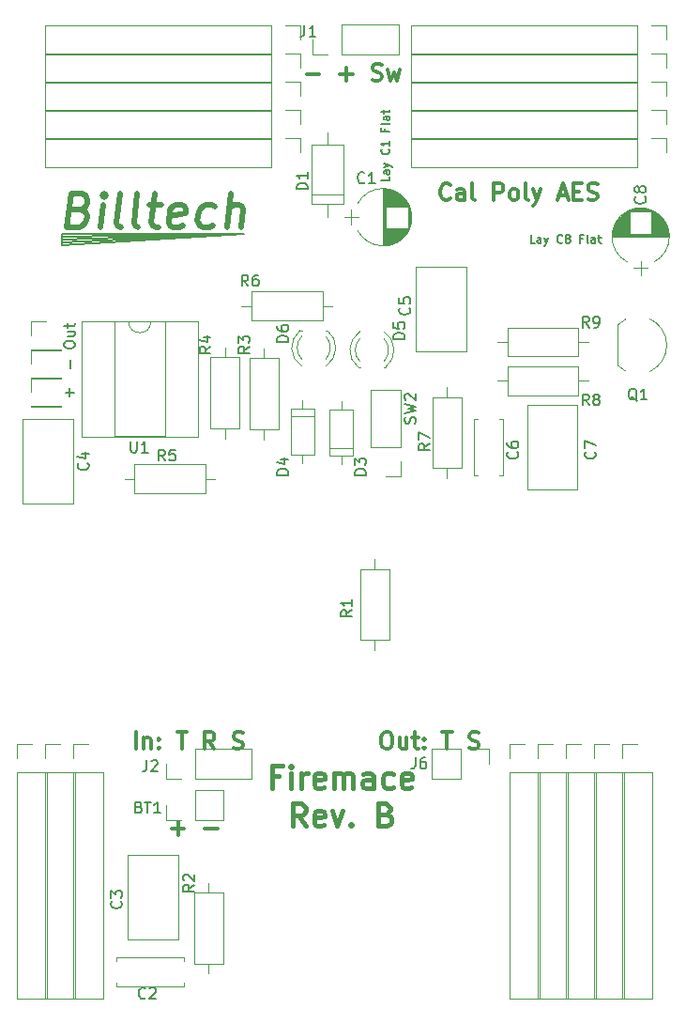
<source format=gto>
G04 #@! TF.FileFunction,Legend,Top*
%FSLAX46Y46*%
G04 Gerber Fmt 4.6, Leading zero omitted, Abs format (unit mm)*
G04 Created by KiCad (PCBNEW 4.0.7) date 02/09/18 21:40:19*
%MOMM*%
%LPD*%
G01*
G04 APERTURE LIST*
%ADD10C,0.100000*%
%ADD11C,0.300000*%
%ADD12C,0.150000*%
%ADD13C,0.400000*%
%ADD14C,0.120000*%
%ADD15C,0.500000*%
G04 APERTURE END LIST*
D10*
D11*
X165224286Y-116072571D02*
X165510000Y-116072571D01*
X165652858Y-116144000D01*
X165795715Y-116286857D01*
X165867143Y-116572571D01*
X165867143Y-117072571D01*
X165795715Y-117358286D01*
X165652858Y-117501143D01*
X165510000Y-117572571D01*
X165224286Y-117572571D01*
X165081429Y-117501143D01*
X164938572Y-117358286D01*
X164867143Y-117072571D01*
X164867143Y-116572571D01*
X164938572Y-116286857D01*
X165081429Y-116144000D01*
X165224286Y-116072571D01*
X167152858Y-116572571D02*
X167152858Y-117572571D01*
X166510001Y-116572571D02*
X166510001Y-117358286D01*
X166581429Y-117501143D01*
X166724287Y-117572571D01*
X166938572Y-117572571D01*
X167081429Y-117501143D01*
X167152858Y-117429714D01*
X167652858Y-116572571D02*
X168224287Y-116572571D01*
X167867144Y-116072571D02*
X167867144Y-117358286D01*
X167938572Y-117501143D01*
X168081430Y-117572571D01*
X168224287Y-117572571D01*
X168724287Y-117429714D02*
X168795715Y-117501143D01*
X168724287Y-117572571D01*
X168652858Y-117501143D01*
X168724287Y-117429714D01*
X168724287Y-117572571D01*
X168724287Y-116644000D02*
X168795715Y-116715429D01*
X168724287Y-116786857D01*
X168652858Y-116715429D01*
X168724287Y-116644000D01*
X168724287Y-116786857D01*
X170367144Y-116072571D02*
X171224287Y-116072571D01*
X170795716Y-117572571D02*
X170795716Y-116072571D01*
X172795715Y-117501143D02*
X173010001Y-117572571D01*
X173367144Y-117572571D01*
X173510001Y-117501143D01*
X173581430Y-117429714D01*
X173652858Y-117286857D01*
X173652858Y-117144000D01*
X173581430Y-117001143D01*
X173510001Y-116929714D01*
X173367144Y-116858286D01*
X173081430Y-116786857D01*
X172938572Y-116715429D01*
X172867144Y-116644000D01*
X172795715Y-116501143D01*
X172795715Y-116358286D01*
X172867144Y-116215429D01*
X172938572Y-116144000D01*
X173081430Y-116072571D01*
X173438572Y-116072571D01*
X173652858Y-116144000D01*
X142724286Y-117572571D02*
X142724286Y-116072571D01*
X143438572Y-116572571D02*
X143438572Y-117572571D01*
X143438572Y-116715429D02*
X143510000Y-116644000D01*
X143652858Y-116572571D01*
X143867143Y-116572571D01*
X144010000Y-116644000D01*
X144081429Y-116786857D01*
X144081429Y-117572571D01*
X144795715Y-117429714D02*
X144867143Y-117501143D01*
X144795715Y-117572571D01*
X144724286Y-117501143D01*
X144795715Y-117429714D01*
X144795715Y-117572571D01*
X144795715Y-116644000D02*
X144867143Y-116715429D01*
X144795715Y-116786857D01*
X144724286Y-116715429D01*
X144795715Y-116644000D01*
X144795715Y-116786857D01*
X146438572Y-116072571D02*
X147295715Y-116072571D01*
X146867144Y-117572571D02*
X146867144Y-116072571D01*
X149795715Y-117572571D02*
X149295715Y-116858286D01*
X148938572Y-117572571D02*
X148938572Y-116072571D01*
X149510000Y-116072571D01*
X149652858Y-116144000D01*
X149724286Y-116215429D01*
X149795715Y-116358286D01*
X149795715Y-116572571D01*
X149724286Y-116715429D01*
X149652858Y-116786857D01*
X149510000Y-116858286D01*
X148938572Y-116858286D01*
X151510000Y-117501143D02*
X151724286Y-117572571D01*
X152081429Y-117572571D01*
X152224286Y-117501143D01*
X152295715Y-117429714D01*
X152367143Y-117286857D01*
X152367143Y-117144000D01*
X152295715Y-117001143D01*
X152224286Y-116929714D01*
X152081429Y-116858286D01*
X151795715Y-116786857D01*
X151652857Y-116715429D01*
X151581429Y-116644000D01*
X151510000Y-116501143D01*
X151510000Y-116358286D01*
X151581429Y-116215429D01*
X151652857Y-116144000D01*
X151795715Y-116072571D01*
X152152857Y-116072571D01*
X152367143Y-116144000D01*
X145938572Y-124751143D02*
X147081429Y-124751143D01*
X146510000Y-125322571D02*
X146510000Y-124179714D01*
X148938572Y-124751143D02*
X150081429Y-124751143D01*
D12*
X178692143Y-71983286D02*
X178335000Y-71983286D01*
X178335000Y-71233286D01*
X179263572Y-71983286D02*
X179263572Y-71590429D01*
X179227858Y-71519000D01*
X179156429Y-71483286D01*
X179013572Y-71483286D01*
X178942143Y-71519000D01*
X179263572Y-71947571D02*
X179192143Y-71983286D01*
X179013572Y-71983286D01*
X178942143Y-71947571D01*
X178906429Y-71876143D01*
X178906429Y-71804714D01*
X178942143Y-71733286D01*
X179013572Y-71697571D01*
X179192143Y-71697571D01*
X179263572Y-71661857D01*
X179549286Y-71483286D02*
X179727857Y-71983286D01*
X179906429Y-71483286D02*
X179727857Y-71983286D01*
X179656429Y-72161857D01*
X179620714Y-72197571D01*
X179549286Y-72233286D01*
X181192144Y-71911857D02*
X181156430Y-71947571D01*
X181049287Y-71983286D01*
X180977858Y-71983286D01*
X180870715Y-71947571D01*
X180799287Y-71876143D01*
X180763572Y-71804714D01*
X180727858Y-71661857D01*
X180727858Y-71554714D01*
X180763572Y-71411857D01*
X180799287Y-71340429D01*
X180870715Y-71269000D01*
X180977858Y-71233286D01*
X181049287Y-71233286D01*
X181156430Y-71269000D01*
X181192144Y-71304714D01*
X181620715Y-71554714D02*
X181549287Y-71519000D01*
X181513572Y-71483286D01*
X181477858Y-71411857D01*
X181477858Y-71376143D01*
X181513572Y-71304714D01*
X181549287Y-71269000D01*
X181620715Y-71233286D01*
X181763572Y-71233286D01*
X181835001Y-71269000D01*
X181870715Y-71304714D01*
X181906430Y-71376143D01*
X181906430Y-71411857D01*
X181870715Y-71483286D01*
X181835001Y-71519000D01*
X181763572Y-71554714D01*
X181620715Y-71554714D01*
X181549287Y-71590429D01*
X181513572Y-71626143D01*
X181477858Y-71697571D01*
X181477858Y-71840429D01*
X181513572Y-71911857D01*
X181549287Y-71947571D01*
X181620715Y-71983286D01*
X181763572Y-71983286D01*
X181835001Y-71947571D01*
X181870715Y-71911857D01*
X181906430Y-71840429D01*
X181906430Y-71697571D01*
X181870715Y-71626143D01*
X181835001Y-71590429D01*
X181763572Y-71554714D01*
X183049287Y-71590429D02*
X182799287Y-71590429D01*
X182799287Y-71983286D02*
X182799287Y-71233286D01*
X183156430Y-71233286D01*
X183549287Y-71983286D02*
X183477859Y-71947571D01*
X183442144Y-71876143D01*
X183442144Y-71233286D01*
X184156430Y-71983286D02*
X184156430Y-71590429D01*
X184120716Y-71519000D01*
X184049287Y-71483286D01*
X183906430Y-71483286D01*
X183835001Y-71519000D01*
X184156430Y-71947571D02*
X184085001Y-71983286D01*
X183906430Y-71983286D01*
X183835001Y-71947571D01*
X183799287Y-71876143D01*
X183799287Y-71804714D01*
X183835001Y-71733286D01*
X183906430Y-71697571D01*
X184085001Y-71697571D01*
X184156430Y-71661857D01*
X184406430Y-71483286D02*
X184692144Y-71483286D01*
X184513572Y-71233286D02*
X184513572Y-71876143D01*
X184549287Y-71947571D01*
X184620715Y-71983286D01*
X184692144Y-71983286D01*
D11*
X171081430Y-67979714D02*
X171010001Y-68051143D01*
X170795715Y-68122571D01*
X170652858Y-68122571D01*
X170438573Y-68051143D01*
X170295715Y-67908286D01*
X170224287Y-67765429D01*
X170152858Y-67479714D01*
X170152858Y-67265429D01*
X170224287Y-66979714D01*
X170295715Y-66836857D01*
X170438573Y-66694000D01*
X170652858Y-66622571D01*
X170795715Y-66622571D01*
X171010001Y-66694000D01*
X171081430Y-66765429D01*
X172367144Y-68122571D02*
X172367144Y-67336857D01*
X172295715Y-67194000D01*
X172152858Y-67122571D01*
X171867144Y-67122571D01*
X171724287Y-67194000D01*
X172367144Y-68051143D02*
X172224287Y-68122571D01*
X171867144Y-68122571D01*
X171724287Y-68051143D01*
X171652858Y-67908286D01*
X171652858Y-67765429D01*
X171724287Y-67622571D01*
X171867144Y-67551143D01*
X172224287Y-67551143D01*
X172367144Y-67479714D01*
X173295716Y-68122571D02*
X173152858Y-68051143D01*
X173081430Y-67908286D01*
X173081430Y-66622571D01*
X175010001Y-68122571D02*
X175010001Y-66622571D01*
X175581429Y-66622571D01*
X175724287Y-66694000D01*
X175795715Y-66765429D01*
X175867144Y-66908286D01*
X175867144Y-67122571D01*
X175795715Y-67265429D01*
X175724287Y-67336857D01*
X175581429Y-67408286D01*
X175010001Y-67408286D01*
X176724287Y-68122571D02*
X176581429Y-68051143D01*
X176510001Y-67979714D01*
X176438572Y-67836857D01*
X176438572Y-67408286D01*
X176510001Y-67265429D01*
X176581429Y-67194000D01*
X176724287Y-67122571D01*
X176938572Y-67122571D01*
X177081429Y-67194000D01*
X177152858Y-67265429D01*
X177224287Y-67408286D01*
X177224287Y-67836857D01*
X177152858Y-67979714D01*
X177081429Y-68051143D01*
X176938572Y-68122571D01*
X176724287Y-68122571D01*
X178081430Y-68122571D02*
X177938572Y-68051143D01*
X177867144Y-67908286D01*
X177867144Y-66622571D01*
X178510001Y-67122571D02*
X178867144Y-68122571D01*
X179224286Y-67122571D02*
X178867144Y-68122571D01*
X178724286Y-68479714D01*
X178652858Y-68551143D01*
X178510001Y-68622571D01*
X180867143Y-67694000D02*
X181581429Y-67694000D01*
X180724286Y-68122571D02*
X181224286Y-66622571D01*
X181724286Y-68122571D01*
X182224286Y-67336857D02*
X182724286Y-67336857D01*
X182938572Y-68122571D02*
X182224286Y-68122571D01*
X182224286Y-66622571D01*
X182938572Y-66622571D01*
X183510000Y-68051143D02*
X183724286Y-68122571D01*
X184081429Y-68122571D01*
X184224286Y-68051143D01*
X184295715Y-67979714D01*
X184367143Y-67836857D01*
X184367143Y-67694000D01*
X184295715Y-67551143D01*
X184224286Y-67479714D01*
X184081429Y-67408286D01*
X183795715Y-67336857D01*
X183652857Y-67265429D01*
X183581429Y-67194000D01*
X183510000Y-67051143D01*
X183510000Y-66908286D01*
X183581429Y-66765429D01*
X183652857Y-66694000D01*
X183795715Y-66622571D01*
X184152857Y-66622571D01*
X184367143Y-66694000D01*
D12*
X165599286Y-66011857D02*
X165599286Y-66369000D01*
X164849286Y-66369000D01*
X165599286Y-65440428D02*
X165206429Y-65440428D01*
X165135000Y-65476142D01*
X165099286Y-65547571D01*
X165099286Y-65690428D01*
X165135000Y-65761857D01*
X165563571Y-65440428D02*
X165599286Y-65511857D01*
X165599286Y-65690428D01*
X165563571Y-65761857D01*
X165492143Y-65797571D01*
X165420714Y-65797571D01*
X165349286Y-65761857D01*
X165313571Y-65690428D01*
X165313571Y-65511857D01*
X165277857Y-65440428D01*
X165099286Y-65154714D02*
X165599286Y-64976143D01*
X165099286Y-64797571D02*
X165599286Y-64976143D01*
X165777857Y-65047571D01*
X165813571Y-65083286D01*
X165849286Y-65154714D01*
X165527857Y-63511856D02*
X165563571Y-63547570D01*
X165599286Y-63654713D01*
X165599286Y-63726142D01*
X165563571Y-63833285D01*
X165492143Y-63904713D01*
X165420714Y-63940428D01*
X165277857Y-63976142D01*
X165170714Y-63976142D01*
X165027857Y-63940428D01*
X164956429Y-63904713D01*
X164885000Y-63833285D01*
X164849286Y-63726142D01*
X164849286Y-63654713D01*
X164885000Y-63547570D01*
X164920714Y-63511856D01*
X165599286Y-62797570D02*
X165599286Y-63226142D01*
X165599286Y-63011856D02*
X164849286Y-63011856D01*
X164956429Y-63083285D01*
X165027857Y-63154713D01*
X165063571Y-63226142D01*
X165206429Y-61654713D02*
X165206429Y-61904713D01*
X165599286Y-61904713D02*
X164849286Y-61904713D01*
X164849286Y-61547570D01*
X165599286Y-61154713D02*
X165563571Y-61226141D01*
X165492143Y-61261856D01*
X164849286Y-61261856D01*
X165599286Y-60547570D02*
X165206429Y-60547570D01*
X165135000Y-60583284D01*
X165099286Y-60654713D01*
X165099286Y-60797570D01*
X165135000Y-60868999D01*
X165563571Y-60547570D02*
X165599286Y-60618999D01*
X165599286Y-60797570D01*
X165563571Y-60868999D01*
X165492143Y-60904713D01*
X165420714Y-60904713D01*
X165349286Y-60868999D01*
X165313571Y-60797570D01*
X165313571Y-60618999D01*
X165277857Y-60547570D01*
X165099286Y-60297570D02*
X165099286Y-60011856D01*
X164849286Y-60190428D02*
X165492143Y-60190428D01*
X165563571Y-60154713D01*
X165599286Y-60083285D01*
X165599286Y-60011856D01*
D13*
X155640952Y-120051143D02*
X154974285Y-120051143D01*
X154974285Y-121098762D02*
X154974285Y-119098762D01*
X155926666Y-119098762D01*
X156688571Y-121098762D02*
X156688571Y-119765429D01*
X156688571Y-119098762D02*
X156593333Y-119194000D01*
X156688571Y-119289238D01*
X156783810Y-119194000D01*
X156688571Y-119098762D01*
X156688571Y-119289238D01*
X157640952Y-121098762D02*
X157640952Y-119765429D01*
X157640952Y-120146381D02*
X157736191Y-119955905D01*
X157831429Y-119860667D01*
X158021905Y-119765429D01*
X158212381Y-119765429D01*
X159640952Y-121003524D02*
X159450476Y-121098762D01*
X159069524Y-121098762D01*
X158879047Y-121003524D01*
X158783809Y-120813048D01*
X158783809Y-120051143D01*
X158879047Y-119860667D01*
X159069524Y-119765429D01*
X159450476Y-119765429D01*
X159640952Y-119860667D01*
X159736190Y-120051143D01*
X159736190Y-120241619D01*
X158783809Y-120432095D01*
X160593333Y-121098762D02*
X160593333Y-119765429D01*
X160593333Y-119955905D02*
X160688572Y-119860667D01*
X160879048Y-119765429D01*
X161164762Y-119765429D01*
X161355238Y-119860667D01*
X161450476Y-120051143D01*
X161450476Y-121098762D01*
X161450476Y-120051143D02*
X161545714Y-119860667D01*
X161736191Y-119765429D01*
X162021905Y-119765429D01*
X162212381Y-119860667D01*
X162307619Y-120051143D01*
X162307619Y-121098762D01*
X164117143Y-121098762D02*
X164117143Y-120051143D01*
X164021905Y-119860667D01*
X163831429Y-119765429D01*
X163450477Y-119765429D01*
X163260000Y-119860667D01*
X164117143Y-121003524D02*
X163926667Y-121098762D01*
X163450477Y-121098762D01*
X163260000Y-121003524D01*
X163164762Y-120813048D01*
X163164762Y-120622571D01*
X163260000Y-120432095D01*
X163450477Y-120336857D01*
X163926667Y-120336857D01*
X164117143Y-120241619D01*
X165926667Y-121003524D02*
X165736191Y-121098762D01*
X165355239Y-121098762D01*
X165164763Y-121003524D01*
X165069524Y-120908286D01*
X164974286Y-120717810D01*
X164974286Y-120146381D01*
X165069524Y-119955905D01*
X165164763Y-119860667D01*
X165355239Y-119765429D01*
X165736191Y-119765429D01*
X165926667Y-119860667D01*
X167545715Y-121003524D02*
X167355239Y-121098762D01*
X166974287Y-121098762D01*
X166783810Y-121003524D01*
X166688572Y-120813048D01*
X166688572Y-120051143D01*
X166783810Y-119860667D01*
X166974287Y-119765429D01*
X167355239Y-119765429D01*
X167545715Y-119860667D01*
X167640953Y-120051143D01*
X167640953Y-120241619D01*
X166688572Y-120432095D01*
X158021905Y-124498762D02*
X157355238Y-123546381D01*
X156879047Y-124498762D02*
X156879047Y-122498762D01*
X157640952Y-122498762D01*
X157831428Y-122594000D01*
X157926667Y-122689238D01*
X158021905Y-122879714D01*
X158021905Y-123165429D01*
X157926667Y-123355905D01*
X157831428Y-123451143D01*
X157640952Y-123546381D01*
X156879047Y-123546381D01*
X159640952Y-124403524D02*
X159450476Y-124498762D01*
X159069524Y-124498762D01*
X158879047Y-124403524D01*
X158783809Y-124213048D01*
X158783809Y-123451143D01*
X158879047Y-123260667D01*
X159069524Y-123165429D01*
X159450476Y-123165429D01*
X159640952Y-123260667D01*
X159736190Y-123451143D01*
X159736190Y-123641619D01*
X158783809Y-123832095D01*
X160402857Y-123165429D02*
X160879048Y-124498762D01*
X161355238Y-123165429D01*
X162117143Y-124308286D02*
X162212382Y-124403524D01*
X162117143Y-124498762D01*
X162021905Y-124403524D01*
X162117143Y-124308286D01*
X162117143Y-124498762D01*
X165260001Y-123451143D02*
X165545715Y-123546381D01*
X165640954Y-123641619D01*
X165736192Y-123832095D01*
X165736192Y-124117810D01*
X165640954Y-124308286D01*
X165545715Y-124403524D01*
X165355239Y-124498762D01*
X164593334Y-124498762D01*
X164593334Y-122498762D01*
X165260001Y-122498762D01*
X165450477Y-122594000D01*
X165545715Y-122689238D01*
X165640954Y-122879714D01*
X165640954Y-123070190D01*
X165545715Y-123260667D01*
X165450477Y-123355905D01*
X165260001Y-123451143D01*
X164593334Y-123451143D01*
D11*
X158117143Y-56751143D02*
X159260000Y-56751143D01*
X161117143Y-56751143D02*
X162260000Y-56751143D01*
X161688571Y-57322571D02*
X161688571Y-56179714D01*
X164045714Y-57251143D02*
X164260000Y-57322571D01*
X164617143Y-57322571D01*
X164760000Y-57251143D01*
X164831429Y-57179714D01*
X164902857Y-57036857D01*
X164902857Y-56894000D01*
X164831429Y-56751143D01*
X164760000Y-56679714D01*
X164617143Y-56608286D01*
X164331429Y-56536857D01*
X164188571Y-56465429D01*
X164117143Y-56394000D01*
X164045714Y-56251143D01*
X164045714Y-56108286D01*
X164117143Y-55965429D01*
X164188571Y-55894000D01*
X164331429Y-55822571D01*
X164688571Y-55822571D01*
X164902857Y-55894000D01*
X165402857Y-56322571D02*
X165688571Y-57322571D01*
X165974285Y-56608286D01*
X166260000Y-57322571D01*
X166545714Y-56322571D01*
D14*
X167550000Y-62484000D02*
X167550000Y-65144000D01*
X187930000Y-62484000D02*
X167550000Y-62484000D01*
X187930000Y-65144000D02*
X167550000Y-65144000D01*
X187930000Y-62484000D02*
X187930000Y-65144000D01*
X189200000Y-62484000D02*
X190530000Y-62484000D01*
X190530000Y-62484000D02*
X190530000Y-63814000D01*
X167550000Y-59944000D02*
X167550000Y-62604000D01*
X187930000Y-59944000D02*
X167550000Y-59944000D01*
X187930000Y-62604000D02*
X167550000Y-62604000D01*
X187930000Y-59944000D02*
X187930000Y-62604000D01*
X189200000Y-59944000D02*
X190530000Y-59944000D01*
X190530000Y-59944000D02*
X190530000Y-61274000D01*
X167550000Y-57404000D02*
X167550000Y-60064000D01*
X187930000Y-57404000D02*
X167550000Y-57404000D01*
X187930000Y-60064000D02*
X167550000Y-60064000D01*
X187930000Y-57404000D02*
X187930000Y-60064000D01*
X189200000Y-57404000D02*
X190530000Y-57404000D01*
X190530000Y-57404000D02*
X190530000Y-58734000D01*
X167550000Y-54864000D02*
X167550000Y-57524000D01*
X187930000Y-54864000D02*
X167550000Y-54864000D01*
X187930000Y-57524000D02*
X167550000Y-57524000D01*
X187930000Y-54864000D02*
X187930000Y-57524000D01*
X189200000Y-54864000D02*
X190530000Y-54864000D01*
X190530000Y-54864000D02*
X190530000Y-56194000D01*
X167550000Y-52324000D02*
X167550000Y-54984000D01*
X187930000Y-52324000D02*
X167550000Y-52324000D01*
X187930000Y-54984000D02*
X167550000Y-54984000D01*
X187930000Y-52324000D02*
X187930000Y-54984000D01*
X189200000Y-52324000D02*
X190530000Y-52324000D01*
X190530000Y-52324000D02*
X190530000Y-53654000D01*
X134530000Y-62484000D02*
X134530000Y-65144000D01*
X154910000Y-62484000D02*
X134530000Y-62484000D01*
X154910000Y-65144000D02*
X134530000Y-65144000D01*
X154910000Y-62484000D02*
X154910000Y-65144000D01*
X156180000Y-62484000D02*
X157510000Y-62484000D01*
X157510000Y-62484000D02*
X157510000Y-63814000D01*
X134530000Y-59944000D02*
X134530000Y-62604000D01*
X154910000Y-59944000D02*
X134530000Y-59944000D01*
X154910000Y-62604000D02*
X134530000Y-62604000D01*
X154910000Y-59944000D02*
X154910000Y-62604000D01*
X156180000Y-59944000D02*
X157510000Y-59944000D01*
X157510000Y-59944000D02*
X157510000Y-61274000D01*
X134530000Y-57404000D02*
X134530000Y-60064000D01*
X154910000Y-57404000D02*
X134530000Y-57404000D01*
X154910000Y-60064000D02*
X134530000Y-60064000D01*
X154910000Y-57404000D02*
X154910000Y-60064000D01*
X156180000Y-57404000D02*
X157510000Y-57404000D01*
X157510000Y-57404000D02*
X157510000Y-58734000D01*
X134530000Y-54864000D02*
X134530000Y-57524000D01*
X154910000Y-54864000D02*
X134530000Y-54864000D01*
X154910000Y-57524000D02*
X134530000Y-57524000D01*
X154910000Y-54864000D02*
X154910000Y-57524000D01*
X156180000Y-54864000D02*
X157510000Y-54864000D01*
X157510000Y-54864000D02*
X157510000Y-56194000D01*
X134530000Y-140074000D02*
X137190000Y-140074000D01*
X134530000Y-119694000D02*
X134530000Y-140074000D01*
X137190000Y-119694000D02*
X137190000Y-140074000D01*
X134530000Y-119694000D02*
X137190000Y-119694000D01*
X134530000Y-118424000D02*
X134530000Y-117094000D01*
X134530000Y-117094000D02*
X135860000Y-117094000D01*
X184060000Y-140074000D02*
X186720000Y-140074000D01*
X184060000Y-119694000D02*
X184060000Y-140074000D01*
X186720000Y-119694000D02*
X186720000Y-140074000D01*
X184060000Y-119694000D02*
X186720000Y-119694000D01*
X184060000Y-118424000D02*
X184060000Y-117094000D01*
X184060000Y-117094000D02*
X185390000Y-117094000D01*
X178980000Y-140074000D02*
X181640000Y-140074000D01*
X178980000Y-119694000D02*
X178980000Y-140074000D01*
X181640000Y-119694000D02*
X181640000Y-140074000D01*
X178980000Y-119694000D02*
X181640000Y-119694000D01*
X178980000Y-118424000D02*
X178980000Y-117094000D01*
X178980000Y-117094000D02*
X180310000Y-117094000D01*
X144070000Y-79064000D02*
G75*
G02X142070000Y-79064000I-1000000J0D01*
G01*
X142070000Y-79064000D02*
X140820000Y-79064000D01*
X140820000Y-79064000D02*
X140820000Y-89344000D01*
X140820000Y-89344000D02*
X145320000Y-89344000D01*
X145320000Y-89344000D02*
X145320000Y-79064000D01*
X145320000Y-79064000D02*
X144070000Y-79064000D01*
X137820000Y-79004000D02*
X137820000Y-89404000D01*
X137820000Y-89404000D02*
X148320000Y-89404000D01*
X148320000Y-89404000D02*
X148320000Y-79004000D01*
X148320000Y-79004000D02*
X137820000Y-79004000D01*
X186160000Y-79384000D02*
X186160000Y-82984000D01*
X186887205Y-78859816D02*
G75*
G03X186160000Y-79384000I1122795J-2324184D01*
G01*
X189108807Y-78827600D02*
G75*
G02X190610000Y-81184000I-1098807J-2356400D01*
G01*
X189108807Y-83540400D02*
G75*
G03X190610000Y-81184000I-1098807J2356400D01*
G01*
X186887205Y-83508184D02*
G75*
G02X186160000Y-82984000I1122795J2324184D01*
G01*
X150630000Y-123974000D02*
X150630000Y-121314000D01*
X148030000Y-123974000D02*
X150630000Y-123974000D01*
X148030000Y-121314000D02*
X150630000Y-121314000D01*
X148030000Y-123974000D02*
X148030000Y-121314000D01*
X146760000Y-123974000D02*
X145430000Y-123974000D01*
X145430000Y-123974000D02*
X145430000Y-122644000D01*
X140950000Y-136334000D02*
X147070000Y-136334000D01*
X140950000Y-138954000D02*
X147070000Y-138954000D01*
X140950000Y-136334000D02*
X140950000Y-136648000D01*
X140950000Y-138640000D02*
X140950000Y-138954000D01*
X147070000Y-136334000D02*
X147070000Y-136648000D01*
X147070000Y-138640000D02*
X147070000Y-138954000D01*
X146520000Y-127084000D02*
X146520000Y-134704000D01*
X142000000Y-127084000D02*
X142000000Y-134704000D01*
X146520000Y-127084000D02*
X142000000Y-127084000D01*
X146520000Y-134704000D02*
X142000000Y-134704000D01*
X132500000Y-95454000D02*
X132500000Y-87834000D01*
X137020000Y-95454000D02*
X137020000Y-87834000D01*
X132500000Y-95454000D02*
X137020000Y-95454000D01*
X132500000Y-87834000D02*
X137020000Y-87834000D01*
X172520000Y-74084000D02*
X172520000Y-81704000D01*
X168000000Y-74084000D02*
X168000000Y-81704000D01*
X172520000Y-74084000D02*
X168000000Y-74084000D01*
X172520000Y-81704000D02*
X168000000Y-81704000D01*
X173200000Y-92954000D02*
X173200000Y-87834000D01*
X175820000Y-92954000D02*
X175820000Y-87834000D01*
X173200000Y-92954000D02*
X173514000Y-92954000D01*
X175506000Y-92954000D02*
X175820000Y-92954000D01*
X173200000Y-87834000D02*
X173514000Y-87834000D01*
X175506000Y-87834000D02*
X175820000Y-87834000D01*
X182520000Y-86584000D02*
X182520000Y-94204000D01*
X178000000Y-86584000D02*
X178000000Y-94204000D01*
X182520000Y-86584000D02*
X178000000Y-86584000D01*
X182520000Y-94204000D02*
X178000000Y-94204000D01*
X158600000Y-68474000D02*
X161420000Y-68474000D01*
X161420000Y-68474000D02*
X161420000Y-63154000D01*
X161420000Y-63154000D02*
X158600000Y-63154000D01*
X158600000Y-63154000D02*
X158600000Y-68474000D01*
X160010000Y-69614000D02*
X160010000Y-68474000D01*
X160010000Y-62014000D02*
X160010000Y-63154000D01*
X158600000Y-67634000D02*
X161420000Y-67634000D01*
X162931392Y-79951665D02*
G75*
G03X162774484Y-83184000I1078608J-1672335D01*
G01*
X165088608Y-79951665D02*
G75*
G02X165245516Y-83184000I-1078608J-1672335D01*
G01*
X162930163Y-80582870D02*
G75*
G03X162930000Y-82664961I1079837J-1041130D01*
G01*
X165089837Y-80582870D02*
G75*
G02X165090000Y-82664961I-1079837J-1041130D01*
G01*
X162774000Y-83184000D02*
X162930000Y-83184000D01*
X165090000Y-83184000D02*
X165246000Y-83184000D01*
X159838608Y-83086335D02*
G75*
G03X159995516Y-79854000I-1078608J1672335D01*
G01*
X157681392Y-83086335D02*
G75*
G02X157524484Y-79854000I1078608J1672335D01*
G01*
X159839837Y-82455130D02*
G75*
G03X159840000Y-80373039I-1079837J1041130D01*
G01*
X157680163Y-82455130D02*
G75*
G02X157680000Y-80373039I1079837J1041130D01*
G01*
X159996000Y-79854000D02*
X159840000Y-79854000D01*
X157680000Y-79854000D02*
X157524000Y-79854000D01*
X166420000Y-54974000D02*
X166420000Y-52314000D01*
X161280000Y-54974000D02*
X166420000Y-54974000D01*
X161280000Y-52314000D02*
X166420000Y-52314000D01*
X161280000Y-54974000D02*
X161280000Y-52314000D01*
X160010000Y-54974000D02*
X158680000Y-54974000D01*
X158680000Y-54974000D02*
X158680000Y-53644000D01*
X133260000Y-84194000D02*
X135920000Y-84194000D01*
X133260000Y-84134000D02*
X133260000Y-84194000D01*
X135920000Y-84134000D02*
X135920000Y-84194000D01*
X133260000Y-84134000D02*
X135920000Y-84134000D01*
X133260000Y-82864000D02*
X133260000Y-81534000D01*
X133260000Y-81534000D02*
X134590000Y-81534000D01*
X133260000Y-86734000D02*
X135920000Y-86734000D01*
X133260000Y-86674000D02*
X133260000Y-86734000D01*
X135920000Y-86674000D02*
X135920000Y-86734000D01*
X133260000Y-86674000D02*
X135920000Y-86674000D01*
X133260000Y-85404000D02*
X133260000Y-84074000D01*
X133260000Y-84074000D02*
X134590000Y-84074000D01*
X133260000Y-81654000D02*
X135920000Y-81654000D01*
X133260000Y-81594000D02*
X133260000Y-81654000D01*
X135920000Y-81594000D02*
X135920000Y-81654000D01*
X133260000Y-81594000D02*
X135920000Y-81594000D01*
X133260000Y-80324000D02*
X133260000Y-78994000D01*
X133260000Y-78994000D02*
X134590000Y-78994000D01*
X162950000Y-107774000D02*
X165570000Y-107774000D01*
X165570000Y-107774000D02*
X165570000Y-101354000D01*
X165570000Y-101354000D02*
X162950000Y-101354000D01*
X162950000Y-101354000D02*
X162950000Y-107774000D01*
X164260000Y-108664000D02*
X164260000Y-107774000D01*
X164260000Y-100464000D02*
X164260000Y-101354000D01*
X150570000Y-130514000D02*
X147950000Y-130514000D01*
X147950000Y-130514000D02*
X147950000Y-136934000D01*
X147950000Y-136934000D02*
X150570000Y-136934000D01*
X150570000Y-136934000D02*
X150570000Y-130514000D01*
X149260000Y-129624000D02*
X149260000Y-130514000D01*
X149260000Y-137824000D02*
X149260000Y-136934000D01*
X152950000Y-88774000D02*
X155570000Y-88774000D01*
X155570000Y-88774000D02*
X155570000Y-82354000D01*
X155570000Y-82354000D02*
X152950000Y-82354000D01*
X152950000Y-82354000D02*
X152950000Y-88774000D01*
X154260000Y-89664000D02*
X154260000Y-88774000D01*
X154260000Y-81464000D02*
X154260000Y-82354000D01*
X152070000Y-82264000D02*
X149450000Y-82264000D01*
X149450000Y-82264000D02*
X149450000Y-88684000D01*
X149450000Y-88684000D02*
X152070000Y-88684000D01*
X152070000Y-88684000D02*
X152070000Y-82264000D01*
X150760000Y-81374000D02*
X150760000Y-82264000D01*
X150760000Y-89574000D02*
X150760000Y-88684000D01*
X148990000Y-94554000D02*
X148990000Y-91934000D01*
X148990000Y-91934000D02*
X142570000Y-91934000D01*
X142570000Y-91934000D02*
X142570000Y-94554000D01*
X142570000Y-94554000D02*
X148990000Y-94554000D01*
X149880000Y-93244000D02*
X148990000Y-93244000D01*
X141680000Y-93244000D02*
X142570000Y-93244000D01*
X153130000Y-76334000D02*
X153130000Y-78954000D01*
X153130000Y-78954000D02*
X159550000Y-78954000D01*
X159550000Y-78954000D02*
X159550000Y-76334000D01*
X159550000Y-76334000D02*
X153130000Y-76334000D01*
X152240000Y-77644000D02*
X153130000Y-77644000D01*
X160440000Y-77644000D02*
X159550000Y-77644000D01*
X169450000Y-92274000D02*
X172070000Y-92274000D01*
X172070000Y-92274000D02*
X172070000Y-85854000D01*
X172070000Y-85854000D02*
X169450000Y-85854000D01*
X169450000Y-85854000D02*
X169450000Y-92274000D01*
X170760000Y-93164000D02*
X170760000Y-92274000D01*
X170760000Y-84964000D02*
X170760000Y-85854000D01*
X182640000Y-85704000D02*
X182640000Y-83084000D01*
X182640000Y-83084000D02*
X176220000Y-83084000D01*
X176220000Y-83084000D02*
X176220000Y-85704000D01*
X176220000Y-85704000D02*
X182640000Y-85704000D01*
X183530000Y-84394000D02*
X182640000Y-84394000D01*
X175330000Y-84394000D02*
X176220000Y-84394000D01*
X182640000Y-82204000D02*
X182640000Y-79584000D01*
X182640000Y-79584000D02*
X176220000Y-79584000D01*
X176220000Y-79584000D02*
X176220000Y-82204000D01*
X176220000Y-82204000D02*
X182640000Y-82204000D01*
X183530000Y-80894000D02*
X182640000Y-80894000D01*
X175330000Y-80894000D02*
X176220000Y-80894000D01*
X166590000Y-85234000D02*
X163930000Y-85234000D01*
X166590000Y-90374000D02*
X166590000Y-85234000D01*
X163930000Y-90374000D02*
X163930000Y-85234000D01*
X166590000Y-90374000D02*
X163930000Y-90374000D01*
X166590000Y-91644000D02*
X166590000Y-92974000D01*
X166590000Y-92974000D02*
X165260000Y-92974000D01*
X160200000Y-91144000D02*
X162320000Y-91144000D01*
X162320000Y-91144000D02*
X162320000Y-87024000D01*
X162320000Y-87024000D02*
X160200000Y-87024000D01*
X160200000Y-87024000D02*
X160200000Y-91144000D01*
X161260000Y-91914000D02*
X161260000Y-91144000D01*
X161260000Y-86254000D02*
X161260000Y-87024000D01*
X160200000Y-90484000D02*
X162320000Y-90484000D01*
X158820000Y-86894000D02*
X156700000Y-86894000D01*
X156700000Y-86894000D02*
X156700000Y-91014000D01*
X156700000Y-91014000D02*
X158820000Y-91014000D01*
X158820000Y-91014000D02*
X158820000Y-86894000D01*
X157760000Y-86124000D02*
X157760000Y-86894000D01*
X157760000Y-91784000D02*
X157760000Y-91014000D01*
X158820000Y-87554000D02*
X156700000Y-87554000D01*
X167315722Y-68464277D02*
G75*
G03X162704420Y-68464000I-2305722J-1179723D01*
G01*
X167315722Y-70823723D02*
G75*
G02X162704420Y-70824000I-2305722J1179723D01*
G01*
X167315722Y-70823723D02*
G75*
G03X167315580Y-68464000I-2305722J1179723D01*
G01*
X165010000Y-67094000D02*
X165010000Y-72194000D01*
X165050000Y-67094000D02*
X165050000Y-72194000D01*
X165090000Y-67095000D02*
X165090000Y-72193000D01*
X165130000Y-67096000D02*
X165130000Y-72192000D01*
X165170000Y-67098000D02*
X165170000Y-72190000D01*
X165210000Y-67101000D02*
X165210000Y-72187000D01*
X165250000Y-67105000D02*
X165250000Y-72183000D01*
X165290000Y-67109000D02*
X165290000Y-68664000D01*
X165290000Y-70624000D02*
X165290000Y-72179000D01*
X165330000Y-67113000D02*
X165330000Y-68664000D01*
X165330000Y-70624000D02*
X165330000Y-72175000D01*
X165370000Y-67119000D02*
X165370000Y-68664000D01*
X165370000Y-70624000D02*
X165370000Y-72169000D01*
X165410000Y-67125000D02*
X165410000Y-68664000D01*
X165410000Y-70624000D02*
X165410000Y-72163000D01*
X165450000Y-67131000D02*
X165450000Y-68664000D01*
X165450000Y-70624000D02*
X165450000Y-72157000D01*
X165490000Y-67138000D02*
X165490000Y-68664000D01*
X165490000Y-70624000D02*
X165490000Y-72150000D01*
X165530000Y-67146000D02*
X165530000Y-68664000D01*
X165530000Y-70624000D02*
X165530000Y-72142000D01*
X165570000Y-67155000D02*
X165570000Y-68664000D01*
X165570000Y-70624000D02*
X165570000Y-72133000D01*
X165610000Y-67164000D02*
X165610000Y-68664000D01*
X165610000Y-70624000D02*
X165610000Y-72124000D01*
X165650000Y-67174000D02*
X165650000Y-68664000D01*
X165650000Y-70624000D02*
X165650000Y-72114000D01*
X165690000Y-67184000D02*
X165690000Y-68664000D01*
X165690000Y-70624000D02*
X165690000Y-72104000D01*
X165731000Y-67196000D02*
X165731000Y-68664000D01*
X165731000Y-70624000D02*
X165731000Y-72092000D01*
X165771000Y-67208000D02*
X165771000Y-68664000D01*
X165771000Y-70624000D02*
X165771000Y-72080000D01*
X165811000Y-67220000D02*
X165811000Y-68664000D01*
X165811000Y-70624000D02*
X165811000Y-72068000D01*
X165851000Y-67234000D02*
X165851000Y-68664000D01*
X165851000Y-70624000D02*
X165851000Y-72054000D01*
X165891000Y-67248000D02*
X165891000Y-68664000D01*
X165891000Y-70624000D02*
X165891000Y-72040000D01*
X165931000Y-67262000D02*
X165931000Y-68664000D01*
X165931000Y-70624000D02*
X165931000Y-72026000D01*
X165971000Y-67278000D02*
X165971000Y-68664000D01*
X165971000Y-70624000D02*
X165971000Y-72010000D01*
X166011000Y-67294000D02*
X166011000Y-68664000D01*
X166011000Y-70624000D02*
X166011000Y-71994000D01*
X166051000Y-67311000D02*
X166051000Y-68664000D01*
X166051000Y-70624000D02*
X166051000Y-71977000D01*
X166091000Y-67329000D02*
X166091000Y-68664000D01*
X166091000Y-70624000D02*
X166091000Y-71959000D01*
X166131000Y-67348000D02*
X166131000Y-68664000D01*
X166131000Y-70624000D02*
X166131000Y-71940000D01*
X166171000Y-67368000D02*
X166171000Y-68664000D01*
X166171000Y-70624000D02*
X166171000Y-71920000D01*
X166211000Y-67388000D02*
X166211000Y-68664000D01*
X166211000Y-70624000D02*
X166211000Y-71900000D01*
X166251000Y-67410000D02*
X166251000Y-68664000D01*
X166251000Y-70624000D02*
X166251000Y-71878000D01*
X166291000Y-67432000D02*
X166291000Y-68664000D01*
X166291000Y-70624000D02*
X166291000Y-71856000D01*
X166331000Y-67455000D02*
X166331000Y-68664000D01*
X166331000Y-70624000D02*
X166331000Y-71833000D01*
X166371000Y-67479000D02*
X166371000Y-68664000D01*
X166371000Y-70624000D02*
X166371000Y-71809000D01*
X166411000Y-67504000D02*
X166411000Y-68664000D01*
X166411000Y-70624000D02*
X166411000Y-71784000D01*
X166451000Y-67531000D02*
X166451000Y-68664000D01*
X166451000Y-70624000D02*
X166451000Y-71757000D01*
X166491000Y-67558000D02*
X166491000Y-68664000D01*
X166491000Y-70624000D02*
X166491000Y-71730000D01*
X166531000Y-67586000D02*
X166531000Y-68664000D01*
X166531000Y-70624000D02*
X166531000Y-71702000D01*
X166571000Y-67616000D02*
X166571000Y-68664000D01*
X166571000Y-70624000D02*
X166571000Y-71672000D01*
X166611000Y-67647000D02*
X166611000Y-68664000D01*
X166611000Y-70624000D02*
X166611000Y-71641000D01*
X166651000Y-67679000D02*
X166651000Y-68664000D01*
X166651000Y-70624000D02*
X166651000Y-71609000D01*
X166691000Y-67712000D02*
X166691000Y-68664000D01*
X166691000Y-70624000D02*
X166691000Y-71576000D01*
X166731000Y-67747000D02*
X166731000Y-68664000D01*
X166731000Y-70624000D02*
X166731000Y-71541000D01*
X166771000Y-67783000D02*
X166771000Y-68664000D01*
X166771000Y-70624000D02*
X166771000Y-71505000D01*
X166811000Y-67821000D02*
X166811000Y-68664000D01*
X166811000Y-70624000D02*
X166811000Y-71467000D01*
X166851000Y-67861000D02*
X166851000Y-68664000D01*
X166851000Y-70624000D02*
X166851000Y-71427000D01*
X166891000Y-67902000D02*
X166891000Y-68664000D01*
X166891000Y-70624000D02*
X166891000Y-71386000D01*
X166931000Y-67945000D02*
X166931000Y-68664000D01*
X166931000Y-70624000D02*
X166931000Y-71343000D01*
X166971000Y-67990000D02*
X166971000Y-68664000D01*
X166971000Y-70624000D02*
X166971000Y-71298000D01*
X167011000Y-68038000D02*
X167011000Y-68664000D01*
X167011000Y-70624000D02*
X167011000Y-71250000D01*
X167051000Y-68088000D02*
X167051000Y-68664000D01*
X167051000Y-70624000D02*
X167051000Y-71200000D01*
X167091000Y-68140000D02*
X167091000Y-68664000D01*
X167091000Y-70624000D02*
X167091000Y-71148000D01*
X167131000Y-68196000D02*
X167131000Y-68664000D01*
X167131000Y-70624000D02*
X167131000Y-71092000D01*
X167171000Y-68254000D02*
X167171000Y-68664000D01*
X167171000Y-70624000D02*
X167171000Y-71034000D01*
X167211000Y-68317000D02*
X167211000Y-68664000D01*
X167211000Y-70624000D02*
X167211000Y-70971000D01*
X167251000Y-68383000D02*
X167251000Y-70905000D01*
X167291000Y-68455000D02*
X167291000Y-70833000D01*
X167331000Y-68532000D02*
X167331000Y-70756000D01*
X167371000Y-68616000D02*
X167371000Y-70672000D01*
X167411000Y-68710000D02*
X167411000Y-70578000D01*
X167451000Y-68815000D02*
X167451000Y-70473000D01*
X167491000Y-68937000D02*
X167491000Y-70351000D01*
X167531000Y-69085000D02*
X167531000Y-70203000D01*
X167571000Y-69290000D02*
X167571000Y-69998000D01*
X161560000Y-69644000D02*
X162760000Y-69644000D01*
X162160000Y-68994000D02*
X162160000Y-70294000D01*
X187080277Y-69088278D02*
G75*
G03X187080000Y-73699580I1179723J-2305722D01*
G01*
X189439723Y-69088278D02*
G75*
G02X189440000Y-73699580I-1179723J-2305722D01*
G01*
X189439723Y-69088278D02*
G75*
G03X187080000Y-69088420I-1179723J-2305722D01*
G01*
X185710000Y-71394000D02*
X190810000Y-71394000D01*
X185710000Y-71354000D02*
X190810000Y-71354000D01*
X185711000Y-71314000D02*
X190809000Y-71314000D01*
X185712000Y-71274000D02*
X190808000Y-71274000D01*
X185714000Y-71234000D02*
X190806000Y-71234000D01*
X185717000Y-71194000D02*
X190803000Y-71194000D01*
X185721000Y-71154000D02*
X190799000Y-71154000D01*
X185725000Y-71114000D02*
X187280000Y-71114000D01*
X189240000Y-71114000D02*
X190795000Y-71114000D01*
X185729000Y-71074000D02*
X187280000Y-71074000D01*
X189240000Y-71074000D02*
X190791000Y-71074000D01*
X185735000Y-71034000D02*
X187280000Y-71034000D01*
X189240000Y-71034000D02*
X190785000Y-71034000D01*
X185741000Y-70994000D02*
X187280000Y-70994000D01*
X189240000Y-70994000D02*
X190779000Y-70994000D01*
X185747000Y-70954000D02*
X187280000Y-70954000D01*
X189240000Y-70954000D02*
X190773000Y-70954000D01*
X185754000Y-70914000D02*
X187280000Y-70914000D01*
X189240000Y-70914000D02*
X190766000Y-70914000D01*
X185762000Y-70874000D02*
X187280000Y-70874000D01*
X189240000Y-70874000D02*
X190758000Y-70874000D01*
X185771000Y-70834000D02*
X187280000Y-70834000D01*
X189240000Y-70834000D02*
X190749000Y-70834000D01*
X185780000Y-70794000D02*
X187280000Y-70794000D01*
X189240000Y-70794000D02*
X190740000Y-70794000D01*
X185790000Y-70754000D02*
X187280000Y-70754000D01*
X189240000Y-70754000D02*
X190730000Y-70754000D01*
X185800000Y-70714000D02*
X187280000Y-70714000D01*
X189240000Y-70714000D02*
X190720000Y-70714000D01*
X185812000Y-70673000D02*
X187280000Y-70673000D01*
X189240000Y-70673000D02*
X190708000Y-70673000D01*
X185824000Y-70633000D02*
X187280000Y-70633000D01*
X189240000Y-70633000D02*
X190696000Y-70633000D01*
X185836000Y-70593000D02*
X187280000Y-70593000D01*
X189240000Y-70593000D02*
X190684000Y-70593000D01*
X185850000Y-70553000D02*
X187280000Y-70553000D01*
X189240000Y-70553000D02*
X190670000Y-70553000D01*
X185864000Y-70513000D02*
X187280000Y-70513000D01*
X189240000Y-70513000D02*
X190656000Y-70513000D01*
X185878000Y-70473000D02*
X187280000Y-70473000D01*
X189240000Y-70473000D02*
X190642000Y-70473000D01*
X185894000Y-70433000D02*
X187280000Y-70433000D01*
X189240000Y-70433000D02*
X190626000Y-70433000D01*
X185910000Y-70393000D02*
X187280000Y-70393000D01*
X189240000Y-70393000D02*
X190610000Y-70393000D01*
X185927000Y-70353000D02*
X187280000Y-70353000D01*
X189240000Y-70353000D02*
X190593000Y-70353000D01*
X185945000Y-70313000D02*
X187280000Y-70313000D01*
X189240000Y-70313000D02*
X190575000Y-70313000D01*
X185964000Y-70273000D02*
X187280000Y-70273000D01*
X189240000Y-70273000D02*
X190556000Y-70273000D01*
X185984000Y-70233000D02*
X187280000Y-70233000D01*
X189240000Y-70233000D02*
X190536000Y-70233000D01*
X186004000Y-70193000D02*
X187280000Y-70193000D01*
X189240000Y-70193000D02*
X190516000Y-70193000D01*
X186026000Y-70153000D02*
X187280000Y-70153000D01*
X189240000Y-70153000D02*
X190494000Y-70153000D01*
X186048000Y-70113000D02*
X187280000Y-70113000D01*
X189240000Y-70113000D02*
X190472000Y-70113000D01*
X186071000Y-70073000D02*
X187280000Y-70073000D01*
X189240000Y-70073000D02*
X190449000Y-70073000D01*
X186095000Y-70033000D02*
X187280000Y-70033000D01*
X189240000Y-70033000D02*
X190425000Y-70033000D01*
X186120000Y-69993000D02*
X187280000Y-69993000D01*
X189240000Y-69993000D02*
X190400000Y-69993000D01*
X186147000Y-69953000D02*
X187280000Y-69953000D01*
X189240000Y-69953000D02*
X190373000Y-69953000D01*
X186174000Y-69913000D02*
X187280000Y-69913000D01*
X189240000Y-69913000D02*
X190346000Y-69913000D01*
X186202000Y-69873000D02*
X187280000Y-69873000D01*
X189240000Y-69873000D02*
X190318000Y-69873000D01*
X186232000Y-69833000D02*
X187280000Y-69833000D01*
X189240000Y-69833000D02*
X190288000Y-69833000D01*
X186263000Y-69793000D02*
X187280000Y-69793000D01*
X189240000Y-69793000D02*
X190257000Y-69793000D01*
X186295000Y-69753000D02*
X187280000Y-69753000D01*
X189240000Y-69753000D02*
X190225000Y-69753000D01*
X186328000Y-69713000D02*
X187280000Y-69713000D01*
X189240000Y-69713000D02*
X190192000Y-69713000D01*
X186363000Y-69673000D02*
X187280000Y-69673000D01*
X189240000Y-69673000D02*
X190157000Y-69673000D01*
X186399000Y-69633000D02*
X187280000Y-69633000D01*
X189240000Y-69633000D02*
X190121000Y-69633000D01*
X186437000Y-69593000D02*
X187280000Y-69593000D01*
X189240000Y-69593000D02*
X190083000Y-69593000D01*
X186477000Y-69553000D02*
X187280000Y-69553000D01*
X189240000Y-69553000D02*
X190043000Y-69553000D01*
X186518000Y-69513000D02*
X187280000Y-69513000D01*
X189240000Y-69513000D02*
X190002000Y-69513000D01*
X186561000Y-69473000D02*
X187280000Y-69473000D01*
X189240000Y-69473000D02*
X189959000Y-69473000D01*
X186606000Y-69433000D02*
X187280000Y-69433000D01*
X189240000Y-69433000D02*
X189914000Y-69433000D01*
X186654000Y-69393000D02*
X187280000Y-69393000D01*
X189240000Y-69393000D02*
X189866000Y-69393000D01*
X186704000Y-69353000D02*
X187280000Y-69353000D01*
X189240000Y-69353000D02*
X189816000Y-69353000D01*
X186756000Y-69313000D02*
X187280000Y-69313000D01*
X189240000Y-69313000D02*
X189764000Y-69313000D01*
X186812000Y-69273000D02*
X187280000Y-69273000D01*
X189240000Y-69273000D02*
X189708000Y-69273000D01*
X186870000Y-69233000D02*
X187280000Y-69233000D01*
X189240000Y-69233000D02*
X189650000Y-69233000D01*
X186933000Y-69193000D02*
X187280000Y-69193000D01*
X189240000Y-69193000D02*
X189587000Y-69193000D01*
X186999000Y-69153000D02*
X189521000Y-69153000D01*
X187071000Y-69113000D02*
X189449000Y-69113000D01*
X187148000Y-69073000D02*
X189372000Y-69073000D01*
X187232000Y-69033000D02*
X189288000Y-69033000D01*
X187326000Y-68993000D02*
X189194000Y-68993000D01*
X187431000Y-68953000D02*
X189089000Y-68953000D01*
X187553000Y-68913000D02*
X188967000Y-68913000D01*
X187701000Y-68873000D02*
X188819000Y-68873000D01*
X187906000Y-68833000D02*
X188614000Y-68833000D01*
X188260000Y-74844000D02*
X188260000Y-73644000D01*
X187610000Y-74244000D02*
X188910000Y-74244000D01*
X153170000Y-120224000D02*
X153170000Y-117564000D01*
X148030000Y-120224000D02*
X153170000Y-120224000D01*
X148030000Y-117564000D02*
X153170000Y-117564000D01*
X148030000Y-120224000D02*
X148030000Y-117564000D01*
X146760000Y-120224000D02*
X145430000Y-120224000D01*
X145430000Y-120224000D02*
X145430000Y-118894000D01*
X169390000Y-117564000D02*
X169390000Y-120224000D01*
X171990000Y-117564000D02*
X169390000Y-117564000D01*
X171990000Y-120224000D02*
X169390000Y-120224000D01*
X171990000Y-117564000D02*
X171990000Y-120224000D01*
X173260000Y-117564000D02*
X174590000Y-117564000D01*
X174590000Y-117564000D02*
X174590000Y-118894000D01*
X176440000Y-140074000D02*
X179100000Y-140074000D01*
X176440000Y-119694000D02*
X176440000Y-140074000D01*
X179100000Y-119694000D02*
X179100000Y-140074000D01*
X176440000Y-119694000D02*
X179100000Y-119694000D01*
X176440000Y-118424000D02*
X176440000Y-117094000D01*
X176440000Y-117094000D02*
X177770000Y-117094000D01*
X181520000Y-140074000D02*
X184180000Y-140074000D01*
X181520000Y-119694000D02*
X181520000Y-140074000D01*
X184180000Y-119694000D02*
X184180000Y-140074000D01*
X181520000Y-119694000D02*
X184180000Y-119694000D01*
X181520000Y-118424000D02*
X181520000Y-117094000D01*
X181520000Y-117094000D02*
X182850000Y-117094000D01*
X186600000Y-140074000D02*
X189260000Y-140074000D01*
X186600000Y-119694000D02*
X186600000Y-140074000D01*
X189260000Y-119694000D02*
X189260000Y-140074000D01*
X186600000Y-119694000D02*
X189260000Y-119694000D01*
X186600000Y-118424000D02*
X186600000Y-117094000D01*
X186600000Y-117094000D02*
X187930000Y-117094000D01*
X131990000Y-140074000D02*
X134650000Y-140074000D01*
X131990000Y-119694000D02*
X131990000Y-140074000D01*
X134650000Y-119694000D02*
X134650000Y-140074000D01*
X131990000Y-119694000D02*
X134650000Y-119694000D01*
X131990000Y-118424000D02*
X131990000Y-117094000D01*
X131990000Y-117094000D02*
X133320000Y-117094000D01*
X137070000Y-140074000D02*
X139730000Y-140074000D01*
X137070000Y-119694000D02*
X137070000Y-140074000D01*
X139730000Y-119694000D02*
X139730000Y-140074000D01*
X137070000Y-119694000D02*
X139730000Y-119694000D01*
X137070000Y-118424000D02*
X137070000Y-117094000D01*
X137070000Y-117094000D02*
X138400000Y-117094000D01*
X134530000Y-52324000D02*
X134530000Y-54984000D01*
X154910000Y-52324000D02*
X134530000Y-52324000D01*
X154910000Y-54984000D02*
X134530000Y-54984000D01*
X154910000Y-52324000D02*
X154910000Y-54984000D01*
X156180000Y-52324000D02*
X157510000Y-52324000D01*
X157510000Y-52324000D02*
X157510000Y-53654000D01*
D12*
X136010000Y-71444000D02*
X152260000Y-71194000D01*
X136010000Y-71944000D02*
X152510000Y-71194000D01*
X136010000Y-71194000D02*
X152510000Y-71194000D01*
X152510000Y-71194000D02*
X136010000Y-72194000D01*
X136010000Y-72194000D02*
X136010000Y-71194000D01*
X136010000Y-71194000D02*
X136010000Y-71694000D01*
X136010000Y-71694000D02*
X152510000Y-71194000D01*
X142248095Y-89846381D02*
X142248095Y-90655905D01*
X142295714Y-90751143D01*
X142343333Y-90798762D01*
X142438571Y-90846381D01*
X142629048Y-90846381D01*
X142724286Y-90798762D01*
X142771905Y-90751143D01*
X142819524Y-90655905D01*
X142819524Y-89846381D01*
X143819524Y-90846381D02*
X143248095Y-90846381D01*
X143533809Y-90846381D02*
X143533809Y-89846381D01*
X143438571Y-89989238D01*
X143343333Y-90084476D01*
X143248095Y-90132095D01*
X187914762Y-86191619D02*
X187819524Y-86144000D01*
X187724286Y-86048762D01*
X187581429Y-85905905D01*
X187486190Y-85858286D01*
X187390952Y-85858286D01*
X187438571Y-86096381D02*
X187343333Y-86048762D01*
X187248095Y-85953524D01*
X187200476Y-85763048D01*
X187200476Y-85429714D01*
X187248095Y-85239238D01*
X187343333Y-85144000D01*
X187438571Y-85096381D01*
X187629048Y-85096381D01*
X187724286Y-85144000D01*
X187819524Y-85239238D01*
X187867143Y-85429714D01*
X187867143Y-85763048D01*
X187819524Y-85953524D01*
X187724286Y-86048762D01*
X187629048Y-86096381D01*
X187438571Y-86096381D01*
X188819524Y-86096381D02*
X188248095Y-86096381D01*
X188533809Y-86096381D02*
X188533809Y-85096381D01*
X188438571Y-85239238D01*
X188343333Y-85334476D01*
X188248095Y-85382095D01*
X142974286Y-122822571D02*
X143117143Y-122870190D01*
X143164762Y-122917810D01*
X143212381Y-123013048D01*
X143212381Y-123155905D01*
X143164762Y-123251143D01*
X143117143Y-123298762D01*
X143021905Y-123346381D01*
X142640952Y-123346381D01*
X142640952Y-122346381D01*
X142974286Y-122346381D01*
X143069524Y-122394000D01*
X143117143Y-122441619D01*
X143164762Y-122536857D01*
X143164762Y-122632095D01*
X143117143Y-122727333D01*
X143069524Y-122774952D01*
X142974286Y-122822571D01*
X142640952Y-122822571D01*
X143498095Y-122346381D02*
X144069524Y-122346381D01*
X143783809Y-123346381D02*
X143783809Y-122346381D01*
X144926667Y-123346381D02*
X144355238Y-123346381D01*
X144640952Y-123346381D02*
X144640952Y-122346381D01*
X144545714Y-122489238D01*
X144450476Y-122584476D01*
X144355238Y-122632095D01*
X143571334Y-139993143D02*
X143523715Y-140040762D01*
X143380858Y-140088381D01*
X143285620Y-140088381D01*
X143142762Y-140040762D01*
X143047524Y-139945524D01*
X142999905Y-139850286D01*
X142952286Y-139659810D01*
X142952286Y-139516952D01*
X142999905Y-139326476D01*
X143047524Y-139231238D01*
X143142762Y-139136000D01*
X143285620Y-139088381D01*
X143380858Y-139088381D01*
X143523715Y-139136000D01*
X143571334Y-139183619D01*
X143952286Y-139183619D02*
X143999905Y-139136000D01*
X144095143Y-139088381D01*
X144333239Y-139088381D01*
X144428477Y-139136000D01*
X144476096Y-139183619D01*
X144523715Y-139278857D01*
X144523715Y-139374095D01*
X144476096Y-139516952D01*
X143904667Y-140088381D01*
X144523715Y-140088381D01*
X141367143Y-131310666D02*
X141414762Y-131358285D01*
X141462381Y-131501142D01*
X141462381Y-131596380D01*
X141414762Y-131739238D01*
X141319524Y-131834476D01*
X141224286Y-131882095D01*
X141033810Y-131929714D01*
X140890952Y-131929714D01*
X140700476Y-131882095D01*
X140605238Y-131834476D01*
X140510000Y-131739238D01*
X140462381Y-131596380D01*
X140462381Y-131501142D01*
X140510000Y-131358285D01*
X140557619Y-131310666D01*
X140462381Y-130977333D02*
X140462381Y-130358285D01*
X140843333Y-130691619D01*
X140843333Y-130548761D01*
X140890952Y-130453523D01*
X140938571Y-130405904D01*
X141033810Y-130358285D01*
X141271905Y-130358285D01*
X141367143Y-130405904D01*
X141414762Y-130453523D01*
X141462381Y-130548761D01*
X141462381Y-130834476D01*
X141414762Y-130929714D01*
X141367143Y-130977333D01*
X138367143Y-91810666D02*
X138414762Y-91858285D01*
X138462381Y-92001142D01*
X138462381Y-92096380D01*
X138414762Y-92239238D01*
X138319524Y-92334476D01*
X138224286Y-92382095D01*
X138033810Y-92429714D01*
X137890952Y-92429714D01*
X137700476Y-92382095D01*
X137605238Y-92334476D01*
X137510000Y-92239238D01*
X137462381Y-92096380D01*
X137462381Y-92001142D01*
X137510000Y-91858285D01*
X137557619Y-91810666D01*
X137795714Y-90953523D02*
X138462381Y-90953523D01*
X137414762Y-91191619D02*
X138129048Y-91429714D01*
X138129048Y-90810666D01*
X167367143Y-77810666D02*
X167414762Y-77858285D01*
X167462381Y-78001142D01*
X167462381Y-78096380D01*
X167414762Y-78239238D01*
X167319524Y-78334476D01*
X167224286Y-78382095D01*
X167033810Y-78429714D01*
X166890952Y-78429714D01*
X166700476Y-78382095D01*
X166605238Y-78334476D01*
X166510000Y-78239238D01*
X166462381Y-78096380D01*
X166462381Y-78001142D01*
X166510000Y-77858285D01*
X166557619Y-77810666D01*
X166462381Y-76905904D02*
X166462381Y-77382095D01*
X166938571Y-77429714D01*
X166890952Y-77382095D01*
X166843333Y-77286857D01*
X166843333Y-77048761D01*
X166890952Y-76953523D01*
X166938571Y-76905904D01*
X167033810Y-76858285D01*
X167271905Y-76858285D01*
X167367143Y-76905904D01*
X167414762Y-76953523D01*
X167462381Y-77048761D01*
X167462381Y-77286857D01*
X167414762Y-77382095D01*
X167367143Y-77429714D01*
X177117143Y-90810666D02*
X177164762Y-90858285D01*
X177212381Y-91001142D01*
X177212381Y-91096380D01*
X177164762Y-91239238D01*
X177069524Y-91334476D01*
X176974286Y-91382095D01*
X176783810Y-91429714D01*
X176640952Y-91429714D01*
X176450476Y-91382095D01*
X176355238Y-91334476D01*
X176260000Y-91239238D01*
X176212381Y-91096380D01*
X176212381Y-91001142D01*
X176260000Y-90858285D01*
X176307619Y-90810666D01*
X176212381Y-89953523D02*
X176212381Y-90144000D01*
X176260000Y-90239238D01*
X176307619Y-90286857D01*
X176450476Y-90382095D01*
X176640952Y-90429714D01*
X177021905Y-90429714D01*
X177117143Y-90382095D01*
X177164762Y-90334476D01*
X177212381Y-90239238D01*
X177212381Y-90048761D01*
X177164762Y-89953523D01*
X177117143Y-89905904D01*
X177021905Y-89858285D01*
X176783810Y-89858285D01*
X176688571Y-89905904D01*
X176640952Y-89953523D01*
X176593333Y-90048761D01*
X176593333Y-90239238D01*
X176640952Y-90334476D01*
X176688571Y-90382095D01*
X176783810Y-90429714D01*
X184117143Y-90810666D02*
X184164762Y-90858285D01*
X184212381Y-91001142D01*
X184212381Y-91096380D01*
X184164762Y-91239238D01*
X184069524Y-91334476D01*
X183974286Y-91382095D01*
X183783810Y-91429714D01*
X183640952Y-91429714D01*
X183450476Y-91382095D01*
X183355238Y-91334476D01*
X183260000Y-91239238D01*
X183212381Y-91096380D01*
X183212381Y-91001142D01*
X183260000Y-90858285D01*
X183307619Y-90810666D01*
X183212381Y-90477333D02*
X183212381Y-89810666D01*
X184212381Y-90239238D01*
X158212381Y-67132095D02*
X157212381Y-67132095D01*
X157212381Y-66894000D01*
X157260000Y-66751142D01*
X157355238Y-66655904D01*
X157450476Y-66608285D01*
X157640952Y-66560666D01*
X157783810Y-66560666D01*
X157974286Y-66608285D01*
X158069524Y-66655904D01*
X158164762Y-66751142D01*
X158212381Y-66894000D01*
X158212381Y-67132095D01*
X158212381Y-65608285D02*
X158212381Y-66179714D01*
X158212381Y-65894000D02*
X157212381Y-65894000D01*
X157355238Y-65989238D01*
X157450476Y-66084476D01*
X157498095Y-66179714D01*
X166962381Y-80632095D02*
X165962381Y-80632095D01*
X165962381Y-80394000D01*
X166010000Y-80251142D01*
X166105238Y-80155904D01*
X166200476Y-80108285D01*
X166390952Y-80060666D01*
X166533810Y-80060666D01*
X166724286Y-80108285D01*
X166819524Y-80155904D01*
X166914762Y-80251142D01*
X166962381Y-80394000D01*
X166962381Y-80632095D01*
X165962381Y-79155904D02*
X165962381Y-79632095D01*
X166438571Y-79679714D01*
X166390952Y-79632095D01*
X166343333Y-79536857D01*
X166343333Y-79298761D01*
X166390952Y-79203523D01*
X166438571Y-79155904D01*
X166533810Y-79108285D01*
X166771905Y-79108285D01*
X166867143Y-79155904D01*
X166914762Y-79203523D01*
X166962381Y-79298761D01*
X166962381Y-79536857D01*
X166914762Y-79632095D01*
X166867143Y-79679714D01*
X156462381Y-80882095D02*
X155462381Y-80882095D01*
X155462381Y-80644000D01*
X155510000Y-80501142D01*
X155605238Y-80405904D01*
X155700476Y-80358285D01*
X155890952Y-80310666D01*
X156033810Y-80310666D01*
X156224286Y-80358285D01*
X156319524Y-80405904D01*
X156414762Y-80501142D01*
X156462381Y-80644000D01*
X156462381Y-80882095D01*
X155462381Y-79453523D02*
X155462381Y-79644000D01*
X155510000Y-79739238D01*
X155557619Y-79786857D01*
X155700476Y-79882095D01*
X155890952Y-79929714D01*
X156271905Y-79929714D01*
X156367143Y-79882095D01*
X156414762Y-79834476D01*
X156462381Y-79739238D01*
X156462381Y-79548761D01*
X156414762Y-79453523D01*
X156367143Y-79405904D01*
X156271905Y-79358285D01*
X156033810Y-79358285D01*
X155938571Y-79405904D01*
X155890952Y-79453523D01*
X155843333Y-79548761D01*
X155843333Y-79739238D01*
X155890952Y-79834476D01*
X155938571Y-79882095D01*
X156033810Y-79929714D01*
X157926667Y-52346381D02*
X157926667Y-53060667D01*
X157879047Y-53203524D01*
X157783809Y-53298762D01*
X157640952Y-53346381D01*
X157545714Y-53346381D01*
X158926667Y-53346381D02*
X158355238Y-53346381D01*
X158640952Y-53346381D02*
X158640952Y-52346381D01*
X158545714Y-52489238D01*
X158450476Y-52584476D01*
X158355238Y-52632095D01*
X136831429Y-83274952D02*
X136831429Y-82513047D01*
X136379048Y-85465429D02*
X137140953Y-85465429D01*
X136760001Y-85846381D02*
X136760001Y-85084476D01*
X136212381Y-81227334D02*
X136212381Y-81036857D01*
X136260000Y-80941619D01*
X136355238Y-80846381D01*
X136545714Y-80798762D01*
X136879048Y-80798762D01*
X137069524Y-80846381D01*
X137164762Y-80941619D01*
X137212381Y-81036857D01*
X137212381Y-81227334D01*
X137164762Y-81322572D01*
X137069524Y-81417810D01*
X136879048Y-81465429D01*
X136545714Y-81465429D01*
X136355238Y-81417810D01*
X136260000Y-81322572D01*
X136212381Y-81227334D01*
X136545714Y-79941619D02*
X137212381Y-79941619D01*
X136545714Y-80370191D02*
X137069524Y-80370191D01*
X137164762Y-80322572D01*
X137212381Y-80227334D01*
X137212381Y-80084476D01*
X137164762Y-79989238D01*
X137117143Y-79941619D01*
X136545714Y-79608286D02*
X136545714Y-79227334D01*
X136212381Y-79465429D02*
X137069524Y-79465429D01*
X137164762Y-79417810D01*
X137212381Y-79322572D01*
X137212381Y-79227334D01*
X162212381Y-105060666D02*
X161736190Y-105394000D01*
X162212381Y-105632095D02*
X161212381Y-105632095D01*
X161212381Y-105251142D01*
X161260000Y-105155904D01*
X161307619Y-105108285D01*
X161402857Y-105060666D01*
X161545714Y-105060666D01*
X161640952Y-105108285D01*
X161688571Y-105155904D01*
X161736190Y-105251142D01*
X161736190Y-105632095D01*
X162212381Y-104108285D02*
X162212381Y-104679714D01*
X162212381Y-104394000D02*
X161212381Y-104394000D01*
X161355238Y-104489238D01*
X161450476Y-104584476D01*
X161498095Y-104679714D01*
X147962381Y-129810666D02*
X147486190Y-130144000D01*
X147962381Y-130382095D02*
X146962381Y-130382095D01*
X146962381Y-130001142D01*
X147010000Y-129905904D01*
X147057619Y-129858285D01*
X147152857Y-129810666D01*
X147295714Y-129810666D01*
X147390952Y-129858285D01*
X147438571Y-129905904D01*
X147486190Y-130001142D01*
X147486190Y-130382095D01*
X147057619Y-129429714D02*
X147010000Y-129382095D01*
X146962381Y-129286857D01*
X146962381Y-129048761D01*
X147010000Y-128953523D01*
X147057619Y-128905904D01*
X147152857Y-128858285D01*
X147248095Y-128858285D01*
X147390952Y-128905904D01*
X147962381Y-129477333D01*
X147962381Y-128858285D01*
X152962381Y-81310666D02*
X152486190Y-81644000D01*
X152962381Y-81882095D02*
X151962381Y-81882095D01*
X151962381Y-81501142D01*
X152010000Y-81405904D01*
X152057619Y-81358285D01*
X152152857Y-81310666D01*
X152295714Y-81310666D01*
X152390952Y-81358285D01*
X152438571Y-81405904D01*
X152486190Y-81501142D01*
X152486190Y-81882095D01*
X151962381Y-80977333D02*
X151962381Y-80358285D01*
X152343333Y-80691619D01*
X152343333Y-80548761D01*
X152390952Y-80453523D01*
X152438571Y-80405904D01*
X152533810Y-80358285D01*
X152771905Y-80358285D01*
X152867143Y-80405904D01*
X152914762Y-80453523D01*
X152962381Y-80548761D01*
X152962381Y-80834476D01*
X152914762Y-80929714D01*
X152867143Y-80977333D01*
X149462381Y-81310666D02*
X148986190Y-81644000D01*
X149462381Y-81882095D02*
X148462381Y-81882095D01*
X148462381Y-81501142D01*
X148510000Y-81405904D01*
X148557619Y-81358285D01*
X148652857Y-81310666D01*
X148795714Y-81310666D01*
X148890952Y-81358285D01*
X148938571Y-81405904D01*
X148986190Y-81501142D01*
X148986190Y-81882095D01*
X148795714Y-80453523D02*
X149462381Y-80453523D01*
X148414762Y-80691619D02*
X149129048Y-80929714D01*
X149129048Y-80310666D01*
X145343334Y-91596381D02*
X145010000Y-91120190D01*
X144771905Y-91596381D02*
X144771905Y-90596381D01*
X145152858Y-90596381D01*
X145248096Y-90644000D01*
X145295715Y-90691619D01*
X145343334Y-90786857D01*
X145343334Y-90929714D01*
X145295715Y-91024952D01*
X145248096Y-91072571D01*
X145152858Y-91120190D01*
X144771905Y-91120190D01*
X146248096Y-90596381D02*
X145771905Y-90596381D01*
X145724286Y-91072571D01*
X145771905Y-91024952D01*
X145867143Y-90977333D01*
X146105239Y-90977333D01*
X146200477Y-91024952D01*
X146248096Y-91072571D01*
X146295715Y-91167810D01*
X146295715Y-91405905D01*
X146248096Y-91501143D01*
X146200477Y-91548762D01*
X146105239Y-91596381D01*
X145867143Y-91596381D01*
X145771905Y-91548762D01*
X145724286Y-91501143D01*
X152843334Y-75846381D02*
X152510000Y-75370190D01*
X152271905Y-75846381D02*
X152271905Y-74846381D01*
X152652858Y-74846381D01*
X152748096Y-74894000D01*
X152795715Y-74941619D01*
X152843334Y-75036857D01*
X152843334Y-75179714D01*
X152795715Y-75274952D01*
X152748096Y-75322571D01*
X152652858Y-75370190D01*
X152271905Y-75370190D01*
X153700477Y-74846381D02*
X153510000Y-74846381D01*
X153414762Y-74894000D01*
X153367143Y-74941619D01*
X153271905Y-75084476D01*
X153224286Y-75274952D01*
X153224286Y-75655905D01*
X153271905Y-75751143D01*
X153319524Y-75798762D01*
X153414762Y-75846381D01*
X153605239Y-75846381D01*
X153700477Y-75798762D01*
X153748096Y-75751143D01*
X153795715Y-75655905D01*
X153795715Y-75417810D01*
X153748096Y-75322571D01*
X153700477Y-75274952D01*
X153605239Y-75227333D01*
X153414762Y-75227333D01*
X153319524Y-75274952D01*
X153271905Y-75322571D01*
X153224286Y-75417810D01*
X169212381Y-90060666D02*
X168736190Y-90394000D01*
X169212381Y-90632095D02*
X168212381Y-90632095D01*
X168212381Y-90251142D01*
X168260000Y-90155904D01*
X168307619Y-90108285D01*
X168402857Y-90060666D01*
X168545714Y-90060666D01*
X168640952Y-90108285D01*
X168688571Y-90155904D01*
X168736190Y-90251142D01*
X168736190Y-90632095D01*
X168212381Y-89727333D02*
X168212381Y-89060666D01*
X169212381Y-89489238D01*
X183593334Y-86596381D02*
X183260000Y-86120190D01*
X183021905Y-86596381D02*
X183021905Y-85596381D01*
X183402858Y-85596381D01*
X183498096Y-85644000D01*
X183545715Y-85691619D01*
X183593334Y-85786857D01*
X183593334Y-85929714D01*
X183545715Y-86024952D01*
X183498096Y-86072571D01*
X183402858Y-86120190D01*
X183021905Y-86120190D01*
X184164762Y-86024952D02*
X184069524Y-85977333D01*
X184021905Y-85929714D01*
X183974286Y-85834476D01*
X183974286Y-85786857D01*
X184021905Y-85691619D01*
X184069524Y-85644000D01*
X184164762Y-85596381D01*
X184355239Y-85596381D01*
X184450477Y-85644000D01*
X184498096Y-85691619D01*
X184545715Y-85786857D01*
X184545715Y-85834476D01*
X184498096Y-85929714D01*
X184450477Y-85977333D01*
X184355239Y-86024952D01*
X184164762Y-86024952D01*
X184069524Y-86072571D01*
X184021905Y-86120190D01*
X183974286Y-86215429D01*
X183974286Y-86405905D01*
X184021905Y-86501143D01*
X184069524Y-86548762D01*
X184164762Y-86596381D01*
X184355239Y-86596381D01*
X184450477Y-86548762D01*
X184498096Y-86501143D01*
X184545715Y-86405905D01*
X184545715Y-86215429D01*
X184498096Y-86120190D01*
X184450477Y-86072571D01*
X184355239Y-86024952D01*
X183593334Y-79596381D02*
X183260000Y-79120190D01*
X183021905Y-79596381D02*
X183021905Y-78596381D01*
X183402858Y-78596381D01*
X183498096Y-78644000D01*
X183545715Y-78691619D01*
X183593334Y-78786857D01*
X183593334Y-78929714D01*
X183545715Y-79024952D01*
X183498096Y-79072571D01*
X183402858Y-79120190D01*
X183021905Y-79120190D01*
X184069524Y-79596381D02*
X184260000Y-79596381D01*
X184355239Y-79548762D01*
X184402858Y-79501143D01*
X184498096Y-79358286D01*
X184545715Y-79167810D01*
X184545715Y-78786857D01*
X184498096Y-78691619D01*
X184450477Y-78644000D01*
X184355239Y-78596381D01*
X184164762Y-78596381D01*
X184069524Y-78644000D01*
X184021905Y-78691619D01*
X183974286Y-78786857D01*
X183974286Y-79024952D01*
X184021905Y-79120190D01*
X184069524Y-79167810D01*
X184164762Y-79215429D01*
X184355239Y-79215429D01*
X184450477Y-79167810D01*
X184498096Y-79120190D01*
X184545715Y-79024952D01*
X167914762Y-88227333D02*
X167962381Y-88084476D01*
X167962381Y-87846380D01*
X167914762Y-87751142D01*
X167867143Y-87703523D01*
X167771905Y-87655904D01*
X167676667Y-87655904D01*
X167581429Y-87703523D01*
X167533810Y-87751142D01*
X167486190Y-87846380D01*
X167438571Y-88036857D01*
X167390952Y-88132095D01*
X167343333Y-88179714D01*
X167248095Y-88227333D01*
X167152857Y-88227333D01*
X167057619Y-88179714D01*
X167010000Y-88132095D01*
X166962381Y-88036857D01*
X166962381Y-87798761D01*
X167010000Y-87655904D01*
X166962381Y-87322571D02*
X167962381Y-87084476D01*
X167248095Y-86893999D01*
X167962381Y-86703523D01*
X166962381Y-86465428D01*
X167057619Y-86132095D02*
X167010000Y-86084476D01*
X166962381Y-85989238D01*
X166962381Y-85751142D01*
X167010000Y-85655904D01*
X167057619Y-85608285D01*
X167152857Y-85560666D01*
X167248095Y-85560666D01*
X167390952Y-85608285D01*
X167962381Y-86179714D01*
X167962381Y-85560666D01*
X163462381Y-92882095D02*
X162462381Y-92882095D01*
X162462381Y-92644000D01*
X162510000Y-92501142D01*
X162605238Y-92405904D01*
X162700476Y-92358285D01*
X162890952Y-92310666D01*
X163033810Y-92310666D01*
X163224286Y-92358285D01*
X163319524Y-92405904D01*
X163414762Y-92501142D01*
X163462381Y-92644000D01*
X163462381Y-92882095D01*
X162462381Y-91977333D02*
X162462381Y-91358285D01*
X162843333Y-91691619D01*
X162843333Y-91548761D01*
X162890952Y-91453523D01*
X162938571Y-91405904D01*
X163033810Y-91358285D01*
X163271905Y-91358285D01*
X163367143Y-91405904D01*
X163414762Y-91453523D01*
X163462381Y-91548761D01*
X163462381Y-91834476D01*
X163414762Y-91929714D01*
X163367143Y-91977333D01*
X156462381Y-92882095D02*
X155462381Y-92882095D01*
X155462381Y-92644000D01*
X155510000Y-92501142D01*
X155605238Y-92405904D01*
X155700476Y-92358285D01*
X155890952Y-92310666D01*
X156033810Y-92310666D01*
X156224286Y-92358285D01*
X156319524Y-92405904D01*
X156414762Y-92501142D01*
X156462381Y-92644000D01*
X156462381Y-92882095D01*
X155795714Y-91453523D02*
X156462381Y-91453523D01*
X155414762Y-91691619D02*
X156129048Y-91929714D01*
X156129048Y-91310666D01*
X163343334Y-66501143D02*
X163295715Y-66548762D01*
X163152858Y-66596381D01*
X163057620Y-66596381D01*
X162914762Y-66548762D01*
X162819524Y-66453524D01*
X162771905Y-66358286D01*
X162724286Y-66167810D01*
X162724286Y-66024952D01*
X162771905Y-65834476D01*
X162819524Y-65739238D01*
X162914762Y-65644000D01*
X163057620Y-65596381D01*
X163152858Y-65596381D01*
X163295715Y-65644000D01*
X163343334Y-65691619D01*
X164295715Y-66596381D02*
X163724286Y-66596381D01*
X164010000Y-66596381D02*
X164010000Y-65596381D01*
X163914762Y-65739238D01*
X163819524Y-65834476D01*
X163724286Y-65882095D01*
X188617143Y-67810666D02*
X188664762Y-67858285D01*
X188712381Y-68001142D01*
X188712381Y-68096380D01*
X188664762Y-68239238D01*
X188569524Y-68334476D01*
X188474286Y-68382095D01*
X188283810Y-68429714D01*
X188140952Y-68429714D01*
X187950476Y-68382095D01*
X187855238Y-68334476D01*
X187760000Y-68239238D01*
X187712381Y-68096380D01*
X187712381Y-68001142D01*
X187760000Y-67858285D01*
X187807619Y-67810666D01*
X188140952Y-67239238D02*
X188093333Y-67334476D01*
X188045714Y-67382095D01*
X187950476Y-67429714D01*
X187902857Y-67429714D01*
X187807619Y-67382095D01*
X187760000Y-67334476D01*
X187712381Y-67239238D01*
X187712381Y-67048761D01*
X187760000Y-66953523D01*
X187807619Y-66905904D01*
X187902857Y-66858285D01*
X187950476Y-66858285D01*
X188045714Y-66905904D01*
X188093333Y-66953523D01*
X188140952Y-67048761D01*
X188140952Y-67239238D01*
X188188571Y-67334476D01*
X188236190Y-67382095D01*
X188331429Y-67429714D01*
X188521905Y-67429714D01*
X188617143Y-67382095D01*
X188664762Y-67334476D01*
X188712381Y-67239238D01*
X188712381Y-67048761D01*
X188664762Y-66953523D01*
X188617143Y-66905904D01*
X188521905Y-66858285D01*
X188331429Y-66858285D01*
X188236190Y-66905904D01*
X188188571Y-66953523D01*
X188140952Y-67048761D01*
X143676667Y-118596381D02*
X143676667Y-119310667D01*
X143629047Y-119453524D01*
X143533809Y-119548762D01*
X143390952Y-119596381D01*
X143295714Y-119596381D01*
X144105238Y-118691619D02*
X144152857Y-118644000D01*
X144248095Y-118596381D01*
X144486191Y-118596381D01*
X144581429Y-118644000D01*
X144629048Y-118691619D01*
X144676667Y-118786857D01*
X144676667Y-118882095D01*
X144629048Y-119024952D01*
X144057619Y-119596381D01*
X144676667Y-119596381D01*
X167926667Y-118346381D02*
X167926667Y-119060667D01*
X167879047Y-119203524D01*
X167783809Y-119298762D01*
X167640952Y-119346381D01*
X167545714Y-119346381D01*
X168831429Y-118346381D02*
X168640952Y-118346381D01*
X168545714Y-118394000D01*
X168498095Y-118441619D01*
X168402857Y-118584476D01*
X168355238Y-118774952D01*
X168355238Y-119155905D01*
X168402857Y-119251143D01*
X168450476Y-119298762D01*
X168545714Y-119346381D01*
X168736191Y-119346381D01*
X168831429Y-119298762D01*
X168879048Y-119251143D01*
X168926667Y-119155905D01*
X168926667Y-118917810D01*
X168879048Y-118822571D01*
X168831429Y-118774952D01*
X168736191Y-118727333D01*
X168545714Y-118727333D01*
X168450476Y-118774952D01*
X168402857Y-118822571D01*
X168355238Y-118917810D01*
D15*
X137679643Y-68979714D02*
X138090357Y-69122571D01*
X138215356Y-69265429D01*
X138322499Y-69551143D01*
X138268928Y-69979714D01*
X138090356Y-70265429D01*
X137929642Y-70408286D01*
X137626071Y-70551143D01*
X136483214Y-70551143D01*
X136858214Y-67551143D01*
X137858214Y-67551143D01*
X138126071Y-67694000D01*
X138251071Y-67836857D01*
X138358214Y-68122571D01*
X138322499Y-68408286D01*
X138143928Y-68694000D01*
X137983214Y-68836857D01*
X137679643Y-68979714D01*
X136679643Y-68979714D01*
X139483214Y-70551143D02*
X139733214Y-68551143D01*
X139858214Y-67551143D02*
X139697500Y-67694000D01*
X139822500Y-67836857D01*
X139983214Y-67694000D01*
X139858214Y-67551143D01*
X139822500Y-67836857D01*
X141340356Y-70551143D02*
X141072499Y-70408286D01*
X140965357Y-70122571D01*
X141286785Y-67551143D01*
X142911785Y-70551143D02*
X142643928Y-70408286D01*
X142536786Y-70122571D01*
X142858214Y-67551143D01*
X143876071Y-68551143D02*
X145018928Y-68551143D01*
X144429643Y-67551143D02*
X144108215Y-70122571D01*
X144215357Y-70408286D01*
X144483214Y-70551143D01*
X144768928Y-70551143D01*
X146929643Y-70408286D02*
X146626072Y-70551143D01*
X146054643Y-70551143D01*
X145786786Y-70408286D01*
X145679644Y-70122571D01*
X145822501Y-68979714D01*
X146001072Y-68694000D01*
X146304643Y-68551143D01*
X146876072Y-68551143D01*
X147143929Y-68694000D01*
X147251072Y-68979714D01*
X147215357Y-69265429D01*
X145751072Y-69551143D01*
X149643929Y-70408286D02*
X149340358Y-70551143D01*
X148768929Y-70551143D01*
X148501072Y-70408286D01*
X148376072Y-70265429D01*
X148268930Y-69979714D01*
X148376073Y-69122571D01*
X148554644Y-68836857D01*
X148715358Y-68694000D01*
X149018929Y-68551143D01*
X149590358Y-68551143D01*
X149858215Y-68694000D01*
X150911787Y-70551143D02*
X151286787Y-67551143D01*
X152197501Y-70551143D02*
X152393930Y-68979714D01*
X152286787Y-68694000D01*
X152018930Y-68551143D01*
X151590358Y-68551143D01*
X151286787Y-68694000D01*
X151126073Y-68836857D01*
M02*

</source>
